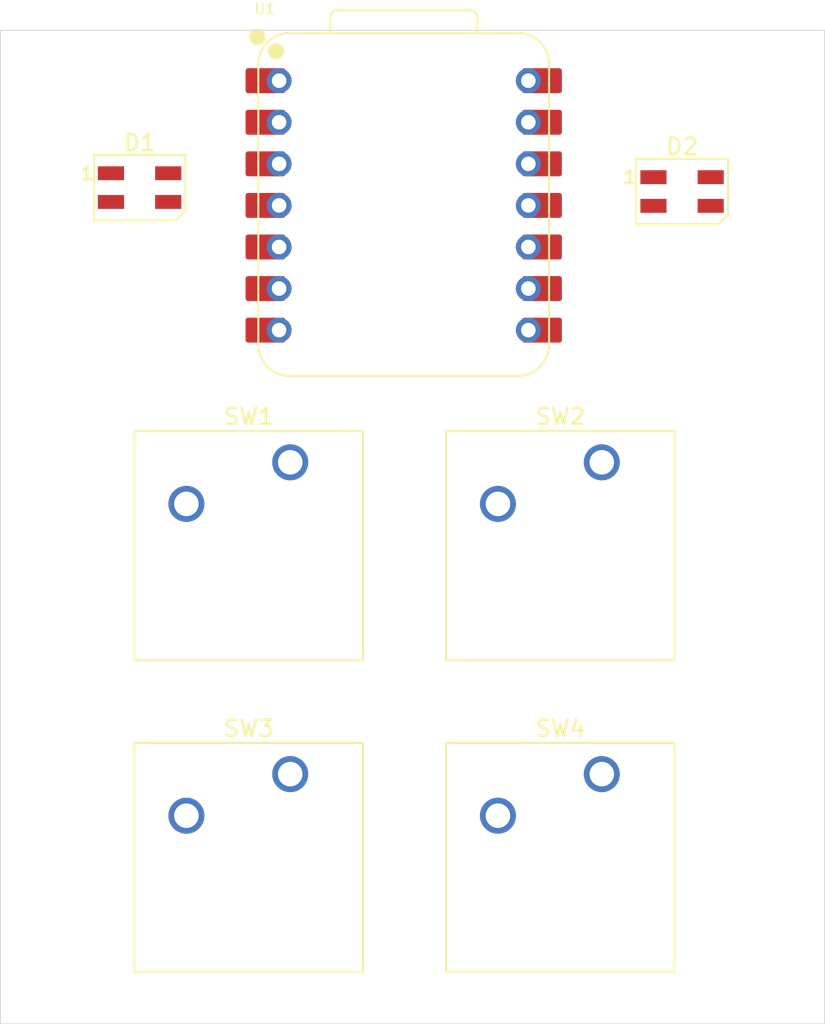
<source format=kicad_pcb>
(kicad_pcb (version 20241229) (generator "pcbnew") (generator_version "9.0")
  (layers (0 "F.Cu" signal) (2 "B.Cu" signal) (13 "F.Paste" user) (15 "B.Paste" user) (5 "F.SilkS" user "F.Silkscreen") (7 "B.SilkS" user "B.Silkscreen") (1 "F.Mask" user) (3 "B.Mask" user) (25 "Edge.Cuts" user))
  (net 0 "")
  (net 1 "Net-(D1-DIN)")
  (net 2 "+5V")
  (net 3 "Net-(D1-DOUT)")
  (net 4 "GND")
  (net 6 "Net-(U1-GPIO1{slash}RX)")
  (net 7 "Net-(U1-GPIO2{slash}SCK)")
  (net 8 "Net-(U1-GPIO4{slash}MISO)")
  (net 9 "Net-(U1-GPIO3{slash}MOSI)")
  (footprint "OPL:XIAO-RP2040-DIP" (layer "F.Cu") (at 202.36 83.9985)
    (property "Reference" "U1" (at -8.5 -12 0) (layer "F.SilkS") (effects (font (size 0.635 0.635) (thickness 0.1016))))
    (property "Value" "XIAO-RP2040-DIP")
    (fp_line (start -8.89 8.509) (end -8.89 -8.636) (stroke (width 0.127)) (layer "F.SilkS"))
    (fp_line (start -6.985 10.414) (end 6.985 10.414) (stroke (width 0.127)) (layer "F.SilkS"))
    (fp_line (start -4.495 -10.541) (end -4.491272 -11.451272) (stroke (width 0.127)) (layer "F.SilkS"))
    (fp_line (start -3.991272 -11.951) (end 4.004 -11.951) (stroke (width 0.127)) (layer "F.SilkS"))
    (fp_line (start 4.504 -11.451) (end 4.504 -10.541) (stroke (width 0.127)) (layer "F.SilkS"))
    (fp_line (start 6.985 -10.541) (end -6.985 -10.541) (stroke (width 0.1)) (layer "F.SilkS"))
    (fp_line (start 6.985 -10.541) (end -6.985 -10.541) (stroke (width 0.127)) (layer "F.SilkS"))
    (fp_line (start 8.89 8.509) (end 8.89 -8.636) (stroke (width 0.127)) (layer "F.SilkS"))
    (fp_arc (start -8.89 -8.636) (mid -8.332038 -9.983038) (end -6.985 -10.541) (stroke (width 0.127)) (layer "F.SilkS"))
    (fp_arc (start -6.985 10.414) (mid -8.332038 9.856038) (end -8.89 8.509) (stroke (width 0.127)) (layer "F.SilkS"))
    (fp_arc (start -4.491272 -11.451272) (mid -4.344728 -11.80464) (end -3.991272 -11.951) (stroke (width 0.127)) (layer "F.SilkS"))
    (fp_arc (start 4.004 -11.951) (mid 4.357553 -11.804553) (end 4.504 -11.451) (stroke (width 0.127)) (layer "F.SilkS"))
    (fp_arc (start 6.985 -10.541) (mid 8.332038 -9.983038) (end 8.89 -8.636) (stroke (width 0.127)) (layer "F.SilkS"))
    (fp_arc (start 8.89 8.509) (mid 8.332038 9.856038) (end 6.985 10.414) (stroke (width 0.127)) (layer "F.SilkS"))
    (fp_circle (center -8.95 -10.3) (end -8.95 -10.554) (stroke (width 0.5)) (fill yes) (layer "F.SilkS"))
    (fp_circle (center -7.807 -9.42) (end -7.807 -9.674) (stroke (width 0.5)) (fill yes) (layer "F.SilkS"))
    (pad "1" smd roundrect (at -8.455 -7.62 180) (size 2.432 1.524) (layers "F.Cu" "F.Mask") (roundrect_rratio 0.1))
    (pad "1" thru_hole circle (at -7.62 -7.62 180) (size 1.524 1.524) (drill 0.889) (layers "*.Cu" "*.Mask"))
    (pad "2" smd roundrect (at -8.455 -5.08 180) (size 2.432 1.524) (layers "F.Cu" "F.Mask") (roundrect_rratio 0.1))
    (pad "2" thru_hole circle (at -7.62 -5.08 180) (size 1.524 1.524) (drill 0.889) (layers "*.Cu" "*.Mask"))
    (pad "3" smd roundrect (at -8.455 -2.54 180) (size 2.432 1.524) (layers "F.Cu" "F.Mask") (roundrect_rratio 0.1))
    (pad "3" thru_hole circle (at -7.62 -2.54 180) (size 1.524 1.524) (drill 0.889) (layers "*.Cu" "*.Mask"))
    (pad "4" smd roundrect (at -8.455 0 180) (size 2.432 1.524) (layers "F.Cu" "F.Mask") (roundrect_rratio 0.1))
    (pad "4" thru_hole circle (at -7.62 0 180) (size 1.524 1.524) (drill 0.889) (layers "*.Cu" "*.Mask"))
    (pad "5" smd roundrect (at -8.455 2.54 180) (size 2.432 1.524) (layers "F.Cu" "F.Mask") (roundrect_rratio 0.1) (net 1 "Net-(D1-DIN)"))
    (pad "5" thru_hole circle (at -7.62 2.54 180) (size 1.524 1.524) (drill 0.889) (layers "*.Cu" "*.Mask") (net 1 "Net-(D1-DIN)"))
    (pad "6" smd roundrect (at -8.455 5.08 180) (size 2.432 1.524) (layers "F.Cu" "F.Mask") (roundrect_rratio 0.1))
    (pad "6" thru_hole circle (at -7.62 5.08 180) (size 1.524 1.524) (drill 0.889) (layers "*.Cu" "*.Mask"))
    (pad "7" smd roundrect (at -8.455 7.62 180) (size 2.432 1.524) (layers "F.Cu" "F.Mask") (roundrect_rratio 0.1))
    (pad "7" thru_hole circle (at -7.62 7.62 180) (size 1.524 1.524) (drill 0.889) (layers "*.Cu" "*.Mask"))
    (pad "8" thru_hole circle (at 7.62 7.62) (size 1.524 1.524) (drill 0.889) (layers "*.Cu" "*.Mask") (net 6 "Net-(U1-GPIO1{slash}RX)"))
    (pad "8" smd roundrect (at 8.455 7.62) (size 2.432 1.524) (layers "F.Cu" "F.Mask") (roundrect_rratio 0.1) (net 6 "Net-(U1-GPIO1{slash}RX)"))
    (pad "9" thru_hole circle (at 7.62 5.08) (size 1.524 1.524) (drill 0.889) (layers "*.Cu" "*.Mask") (net 7 "Net-(U1-GPIO2{slash}SCK)"))
    (pad "9" smd roundrect (at 8.455 5.08) (size 2.432 1.524) (layers "F.Cu" "F.Mask") (roundrect_rratio 0.1) (net 7 "Net-(U1-GPIO2{slash}SCK)"))
    (pad "10" thru_hole circle (at 7.62 2.54) (size 1.524 1.524) (drill 0.889) (layers "*.Cu" "*.Mask") (net 8 "Net-(U1-GPIO4{slash}MISO)"))
    (pad "10" smd roundrect (at 8.455 2.54) (size 2.432 1.524) (layers "F.Cu" "F.Mask") (roundrect_rratio 0.1) (net 8 "Net-(U1-GPIO4{slash}MISO)"))
    (pad "11" thru_hole circle (at 7.62 0) (size 1.524 1.524) (drill 0.889) (layers "*.Cu" "*.Mask") (net 9 "Net-(U1-GPIO3{slash}MOSI)"))
    (pad "11" smd roundrect (at 8.455 0) (size 2.432 1.524) (layers "F.Cu" "F.Mask") (roundrect_rratio 0.1) (net 9 "Net-(U1-GPIO3{slash}MOSI)"))
    (pad "12" thru_hole circle (at 7.62 -2.54) (size 1.524 1.524) (drill 0.889) (layers "*.Cu" "*.Mask"))
    (pad "12" smd roundrect (at 8.455 -2.54) (size 2.432 1.524) (layers "F.Cu" "F.Mask") (roundrect_rratio 0.1))
    (pad "13" thru_hole circle (at 7.62 -5.08) (size 1.524 1.524) (drill 0.889) (layers "*.Cu" "*.Mask") (net 4 "GND"))
    (pad "13" smd roundrect (at 8.455 -5.08) (size 2.432 1.524) (layers "F.Cu" "F.Mask") (roundrect_rratio 0.1) (net 4 "GND"))
    (pad "14" thru_hole circle (at 7.62 -7.62) (size 1.524 1.524) (drill 0.889) (layers "*.Cu" "*.Mask") (net 2 "+5V"))
    (pad "14" smd roundrect (at 8.455 -7.62) (size 2.432 1.524) (layers "F.Cu" "F.Mask") (roundrect_rratio 0.1) (net 2 "+5V"))
  )
  (footprint "LED_SMD:LED_SK6812MINI_PLCC4_3.5x3.5mm_P1.75mm" (layer "F.Cu") (at 219.38 83.15)
    (property "Reference" "D2" (at 0 -2.75 0) (layer "F.SilkS"))
    (property "Value" "SK6812MINI")
    (fp_line (start -2.8 -2) (end -2.8 2) (stroke (width 0.12)) (layer "F.SilkS"))
    (fp_line (start -2.8 -2) (end 2.8 -2) (stroke (width 0.12)) (layer "F.SilkS"))
    (fp_line (start -2.8 2) (end 2.2 2) (stroke (width 0.12)) (layer "F.SilkS"))
    (fp_line (start 2.8 1.4) (end 2.2 2) (stroke (width 0.12)) (layer "F.SilkS"))
    (fp_line (start 2.8 1.4) (end 2.8 -2) (stroke (width 0.12)) (layer "F.SilkS"))
    (fp_text user "1" (at -3.2 -0.875 0) (layer "F.SilkS") (effects (font (size 0.8 0.8))))
    (pad "1" smd rect (at -1.75 -0.875) (size 1.6 0.85) (layers "F.Cu" "F.Mask" "F.Paste"))
    (pad "2" smd rect (at -1.75 0.875) (size 1.6 0.85) (layers "F.Cu" "F.Mask" "F.Paste") (net 4 "GND"))
    (pad "3" smd rect (at 1.75 0.875) (size 1.6 0.85) (layers "F.Cu" "F.Mask" "F.Paste") (net 3 "Net-(D1-DOUT)"))
    (pad "4" smd rect (at 1.75 -0.875) (size 1.6 0.85) (layers "F.Cu" "F.Mask" "F.Paste") (net 2 "+5V"))
  )
  (footprint "Button_Switch_Keyboard:SW_Cherry_MX_1.00u_PCB" (layer "F.Cu") (at 195.42125 99.695)
    (property "Reference" "SW1" (at -2.54 -2.794 0) (layer "F.SilkS"))
    (property "Value" "SW_Push")
    (fp_line (start -9.525 -1.905) (end 4.445 -1.905) (stroke (width 0.12)) (layer "F.SilkS"))
    (fp_line (start -9.525 12.065) (end -9.525 -1.905) (stroke (width 0.12)) (layer "F.SilkS"))
    (fp_line (start 4.445 -1.905) (end 4.445 12.065) (stroke (width 0.12)) (layer "F.SilkS"))
    (fp_line (start 4.445 12.065) (end -9.525 12.065) (stroke (width 0.12)) (layer "F.SilkS"))
    (pad "" np_thru_hole circle (at -7.62 5.08) (size 1.7 1.7) (drill 1.7) (layers "*.Cu" "*.Mask"))
    (pad "" np_thru_hole circle (at -2.54 5.08) (size 4 4) (drill 4) (layers "*.Cu" "*.Mask"))
    (pad "" np_thru_hole circle (at 2.54 5.08) (size 1.7 1.7) (drill 1.7) (layers "*.Cu" "*.Mask"))
    (pad "1" thru_hole circle (at 0 0) (size 2.2 2.2) (drill 1.5) (layers "*.Cu" "*.Mask") (net 4 "GND"))
    (pad "2" thru_hole circle (at -6.35 2.54) (size 2.2 2.2) (drill 1.5) (layers "*.Cu" "*.Mask") (net 6 "Net-(U1-GPIO1{slash}RX)"))
  )
  (footprint "Button_Switch_Keyboard:SW_Cherry_MX_1.00u_PCB" (layer "F.Cu") (at 214.47125 118.745)
    (property "Reference" "SW4" (at -2.54 -2.794 0) (layer "F.SilkS"))
    (property "Value" "SW_Push")
    (fp_line (start -9.525 -1.905) (end 4.445 -1.905) (stroke (width 0.12)) (layer "F.SilkS"))
    (fp_line (start -9.525 12.065) (end -9.525 -1.905) (stroke (width 0.12)) (layer "F.SilkS"))
    (fp_line (start 4.445 -1.905) (end 4.445 12.065) (stroke (width 0.12)) (layer "F.SilkS"))
    (fp_line (start 4.445 12.065) (end -9.525 12.065) (stroke (width 0.12)) (layer "F.SilkS"))
    (pad "" np_thru_hole circle (at -7.62 5.08) (size 1.7 1.7) (drill 1.7) (layers "*.Cu" "*.Mask"))
    (pad "" np_thru_hole circle (at -2.54 5.08) (size 4 4) (drill 4) (layers "*.Cu" "*.Mask"))
    (pad "" np_thru_hole circle (at 2.54 5.08) (size 1.7 1.7) (drill 1.7) (layers "*.Cu" "*.Mask"))
    (pad "1" thru_hole circle (at 0 0) (size 2.2 2.2) (drill 1.5) (layers "*.Cu" "*.Mask") (net 4 "GND"))
    (pad "2" thru_hole circle (at -6.35 2.54) (size 2.2 2.2) (drill 1.5) (layers "*.Cu" "*.Mask") (net 9 "Net-(U1-GPIO3{slash}MOSI)"))
  )
  (footprint "Button_Switch_Keyboard:SW_Cherry_MX_1.00u_PCB" (layer "F.Cu") (at 214.47125 99.695)
    (property "Reference" "SW2" (at -2.54 -2.794 0) (layer "F.SilkS"))
    (property "Value" "SW_Push")
    (fp_line (start -9.525 -1.905) (end 4.445 -1.905) (stroke (width 0.12)) (layer "F.SilkS"))
    (fp_line (start -9.525 12.065) (end -9.525 -1.905) (stroke (width 0.12)) (layer "F.SilkS"))
    (fp_line (start 4.445 -1.905) (end 4.445 12.065) (stroke (width 0.12)) (layer "F.SilkS"))
    (fp_line (start 4.445 12.065) (end -9.525 12.065) (stroke (width 0.12)) (layer "F.SilkS"))
    (pad "" np_thru_hole circle (at -7.62 5.08) (size 1.7 1.7) (drill 1.7) (layers "*.Cu" "*.Mask"))
    (pad "" np_thru_hole circle (at -2.54 5.08) (size 4 4) (drill 4) (layers "*.Cu" "*.Mask"))
    (pad "" np_thru_hole circle (at 2.54 5.08) (size 1.7 1.7) (drill 1.7) (layers "*.Cu" "*.Mask"))
    (pad "1" thru_hole circle (at 0 0) (size 2.2 2.2) (drill 1.5) (layers "*.Cu" "*.Mask") (net 4 "GND"))
    (pad "2" thru_hole circle (at -6.35 2.54) (size 2.2 2.2) (drill 1.5) (layers "*.Cu" "*.Mask") (net 7 "Net-(U1-GPIO2{slash}SCK)"))
  )
  (footprint "LED_SMD:LED_SK6812MINI_PLCC4_3.5x3.5mm_P1.75mm" (layer "F.Cu") (at 186.21 82.91)
    (property "Reference" "D1" (at 0 -2.75 0) (layer "F.SilkS"))
    (property "Value" "SK6812MINI")
    (fp_line (start -2.8 -2) (end -2.8 2) (stroke (width 0.12)) (layer "F.SilkS"))
    (fp_line (start -2.8 -2) (end 2.8 -2) (stroke (width 0.12)) (layer "F.SilkS"))
    (fp_line (start -2.8 2) (end 2.2 2) (stroke (width 0.12)) (layer "F.SilkS"))
    (fp_line (start 2.8 1.4) (end 2.2 2) (stroke (width 0.12)) (layer "F.SilkS"))
    (fp_line (start 2.8 1.4) (end 2.8 -2) (stroke (width 0.12)) (layer "F.SilkS"))
    (fp_text user "1" (at -3.2 -0.875 0) (layer "F.SilkS") (effects (font (size 0.8 0.8))))
    (pad "1" smd rect (at -1.75 -0.875) (size 1.6 0.85) (layers "F.Cu" "F.Mask" "F.Paste") (net 3 "Net-(D1-DOUT)"))
    (pad "2" smd rect (at -1.75 0.875) (size 1.6 0.85) (layers "F.Cu" "F.Mask" "F.Paste") (net 4 "GND"))
    (pad "3" smd rect (at 1.75 0.875) (size 1.6 0.85) (layers "F.Cu" "F.Mask" "F.Paste") (net 1 "Net-(D1-DIN)"))
    (pad "4" smd rect (at 1.75 -0.875) (size 1.6 0.85) (layers "F.Cu" "F.Mask" "F.Paste") (net 2 "+5V"))
  )
  (footprint "Button_Switch_Keyboard:SW_Cherry_MX_1.00u_PCB" (layer "F.Cu") (at 195.42125 118.745)
    (property "Reference" "SW3" (at -2.54 -2.794 0) (layer "F.SilkS"))
    (property "Value" "SW_Push")
    (fp_line (start -9.525 -1.905) (end 4.445 -1.905) (stroke (width 0.12)) (layer "F.SilkS"))
    (fp_line (start -9.525 12.065) (end -9.525 -1.905) (stroke (width 0.12)) (layer "F.SilkS"))
    (fp_line (start 4.445 -1.905) (end 4.445 12.065) (stroke (width 0.12)) (layer "F.SilkS"))
    (fp_line (start 4.445 12.065) (end -9.525 12.065) (stroke (width 0.12)) (layer "F.SilkS"))
    (pad "" np_thru_hole circle (at -7.62 5.08) (size 1.7 1.7) (drill 1.7) (layers "*.Cu" "*.Mask"))
    (pad "" np_thru_hole circle (at -2.54 5.08) (size 4 4) (drill 4) (layers "*.Cu" "*.Mask"))
    (pad "" np_thru_hole circle (at 2.54 5.08) (size 1.7 1.7) (drill 1.7) (layers "*.Cu" "*.Mask"))
    (pad "1" thru_hole circle (at 0 0) (size 2.2 2.2) (drill 1.5) (layers "*.Cu" "*.Mask") (net 4 "GND"))
    (pad "2" thru_hole circle (at -6.35 2.54) (size 2.2 2.2) (drill 1.5) (layers "*.Cu" "*.Mask") (net 8 "Net-(U1-GPIO4{slash}MISO)"))
  )
  (gr_rect (start 177.7 73.3) (end 228.1 134) (stroke (width 0.05)) (fill no) (layer "Edge.Cuts"))
)
</source>
